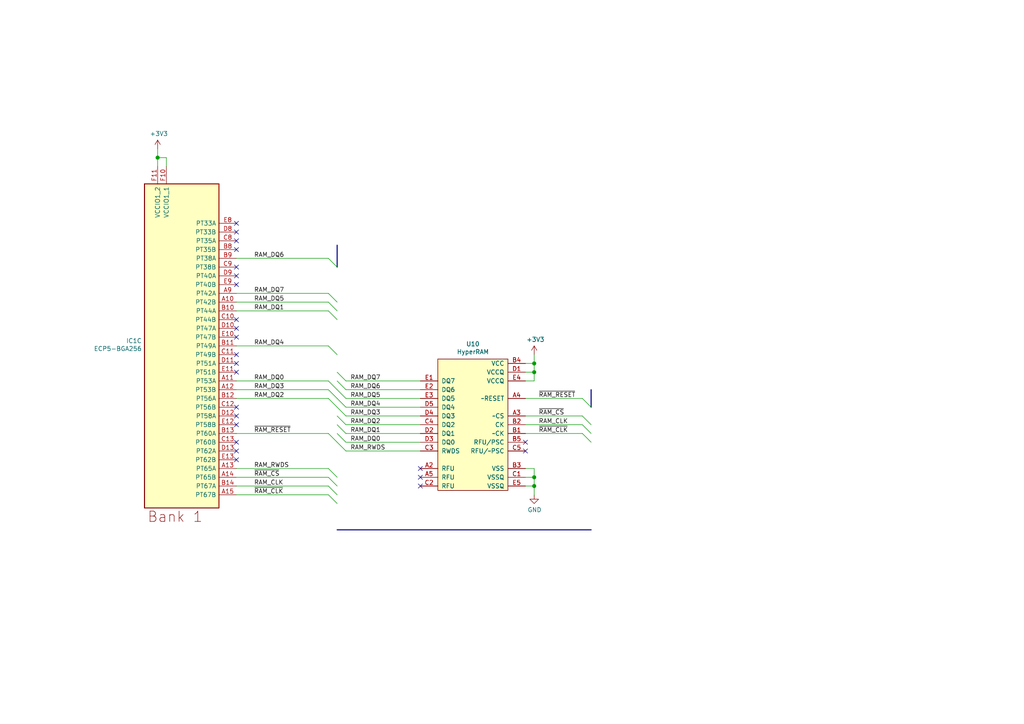
<source format=kicad_sch>
(kicad_sch (version 20210621) (generator eeschema)
  (paper "A4")
  (title_block (title "LUNA: RAM Section") (date "2021-03-10") (rev "r0") (company "Copyright 2019-2021 Great Scott Gadgets") (comment 1 "Katherine J. Temkin") (comment 3 "Licensed under the CERN-OHL-P v2"))
  (lib_symbols
    (symbol "fpgas_and_processors:ECP5-BGA256" (pin_names (offset 0.762))
      (property "Reference" "IC" (at -2.54 1.27 0))
      (property "Value" "ECP5-BGA256" (at 10.16 1.27 0))
      (symbol "ECP5-BGA256_1_0"
        (rectangle (start 5.08 0) (end 33.02 -71.12) (stroke (width 0.3048)) (fill (type background)))
      )
      (symbol "ECP5-BGA256_1_1"
        (text "FPGA Supplies" (at 19.05 -76.2 0) (effects (font (size 2.9972 2.9972))))
        (pin power_in line (at 38.1 -2.54 180) (length 5.08) (name "GND_1") (number "A1"))
        (pin power_in line (at 38.1 -5.08 180) (length 5.08) (name "GND_2") (number "A16"))
        (pin power_in line (at 38.1 -10.16 180) (length 5.08) (name "GND_4") (number "D15"))
        (pin power_in line (at 38.1 -7.62 180) (length 5.08) (name "GND_3") (number "D2"))
        (pin power_in line (at 38.1 -12.7 180) (length 5.08) (name "GND_5") (number "F8"))
        (pin power_in line (at 38.1 -15.24 180) (length 5.08) (name "GND_6") (number "F9"))
        (pin power_in line (at 38.1 -20.32 180) (length 5.08) (name "GND_8") (number "G10"))
        (pin power_in line (at 0 -66.04 0) (length 5.08) (name "VCCAUX_1") (number "G11"))
        (pin power_in line (at 0 -2.54 0) (length 5.08) (name "VCC_1") (number "G6"))
        (pin power_in line (at 0 -5.08 0) (length 5.08) (name "VCC_2") (number "G7"))
        (pin power_in line (at 38.1 -17.78 180) (length 5.08) (name "GND_7") (number "G8"))
        (pin power_in line (at 0 -7.62 0) (length 5.08) (name "VCC_3") (number "G9"))
        (pin power_in line (at 38.1 -22.86 180) (length 5.08) (name "GND_9") (number "H1"))
        (pin power_in line (at 38.1 -30.48 180) (length 5.08) (name "GND_12") (number "H10"))
        (pin power_in line (at 38.1 -33.02 180) (length 5.08) (name "GND_13") (number "H16"))
        (pin power_in line (at 38.1 -25.4 180) (length 5.08) (name "GND_10") (number "H8"))
        (pin power_in line (at 38.1 -27.94 180) (length 5.08) (name "GND_11") (number "H9"))
        (pin power_in line (at 38.1 -40.64 180) (length 5.08) (name "GND_16") (number "J10"))
        (pin power_in line (at 38.1 -35.56 180) (length 5.08) (name "GND_14") (number "J8"))
        (pin power_in line (at 38.1 -38.1 180) (length 5.08) (name "GND_15") (number "J9"))
        (pin power_in line (at 38.1 -53.34 180) (length 5.08) (name "GND_21") (number "K10"))
        (pin power_in line (at 38.1 -43.18 180) (length 5.08) (name "GND_17") (number "K6"))
        (pin power_in line (at 38.1 -45.72 180) (length 5.08) (name "GND_18") (number "K7"))
        (pin power_in line (at 38.1 -48.26 180) (length 5.08) (name "GND_19") (number "K8"))
        (pin power_in line (at 38.1 -50.8 180) (length 5.08) (name "GND_20") (number "K9"))
        (pin power_in line (at 0 -15.24 0) (length 5.08) (name "VCC_6") (number "L10"))
        (pin power_in line (at 0 -68.58 0) (length 5.08) (name "VCCAUX_2") (number "L7"))
        (pin power_in line (at 0 -10.16 0) (length 5.08) (name "VCC_4") (number "L8"))
        (pin power_in line (at 0 -12.7 0) (length 5.08) (name "VCC_5") (number "L9"))
        (pin power_in line (at 38.1 -58.42 180) (length 5.08) (name "GND_23") (number "N15"))
        (pin power_in line (at 38.1 -55.88 180) (length 5.08) (name "GND_22") (number "N2"))
        (pin power_in line (at 38.1 -60.96 180) (length 5.08) (name "GND_24") (number "T1"))
        (pin power_in line (at 38.1 -66.04 180) (length 5.08) (name "GND_26") (number "T12"))
        (pin power_in line (at 38.1 -68.58 180) (length 5.08) (name "GND_27") (number "T16"))
        (pin power_in line (at 38.1 -63.5 180) (length 5.08) (name "GND_25") (number "T5"))
      )
      (symbol "ECP5-BGA256_2_1"
        (text "Bank 0" (at 10.16 -78.74 0) (effects (font (size 2.9972 2.9972))))
        (rectangle (start 0 0) (end 19.05 -74.93) (stroke (width 0.3048)) (fill (type background)))
        (pin bidirectional line (at 24.13 -11.43 180) (length 5.08) (name "PT4A") (number "A2"))
        (pin bidirectional line (at 24.13 -16.51 180) (length 5.08) (name "PT6A") (number "A3"))
        (pin bidirectional line (at 24.13 -19.05 180) (length 5.08) (name "PT6B") (number "A4"))
        (pin bidirectional line (at 24.13 -43.18 180) (length 5.08) (name "PT18A") (number "A5"))
        (pin bidirectional line (at 24.13 -45.72 180) (length 5.08) (name "PT18B") (number "A6"))
        (pin bidirectional line (at 24.13 -68.58 180) (length 5.08) (name "PT29A") (number "A7"))
        (pin bidirectional line (at 24.13 -71.12 180) (length 5.08) (name "PT29B") (number "A8"))
        (pin bidirectional line (at 24.13 -13.97 180) (length 5.08) (name "PT4B") (number "B3"))
        (pin bidirectional line (at 24.13 -29.21 180) (length 5.08) (name "PT11B") (number "B4"))
        (pin bidirectional line (at 24.13 -39.37 180) (length 5.08) (name "PT15B") (number "B5"))
        (pin bidirectional line (at 24.13 -55.88 180) (length 5.08) (name "PT22B") (number "B6"))
        (pin bidirectional line (at 24.13 -66.04 180) (length 5.08) (name "PT27B") (number "B7"))
        (pin bidirectional line (at 24.13 -26.67 180) (length 5.08) (name "PT11A") (number "C4"))
        (pin bidirectional line (at 24.13 -36.83 180) (length 5.08) (name "PT15A") (number "C5"))
        (pin bidirectional line (at 24.13 -53.34 180) (length 5.08) (name "PT22A") (number "C6"))
        (pin bidirectional line (at 24.13 -63.5 180) (length 5.08) (name "PT27A") (number "C7"))
        (pin bidirectional line (at 24.13 -24.13 180) (length 5.08) (name "PT9B") (number "D4"))
        (pin bidirectional line (at 24.13 -34.29 180) (length 5.08) (name "PT13B") (number "D5"))
        (pin bidirectional line (at 24.13 -50.8 180) (length 5.08) (name "PT20B") (number "D6"))
        (pin bidirectional line (at 24.13 -60.96 180) (length 5.08) (name "PT24B") (number "D7"))
        (pin bidirectional line (at 24.13 -21.59 180) (length 5.08) (name "PT9A") (number "E4"))
        (pin bidirectional line (at 24.13 -31.75 180) (length 5.08) (name "PT13A") (number "E5"))
        (pin bidirectional line (at 24.13 -48.26 180) (length 5.08) (name "PT20A") (number "E6"))
        (pin bidirectional line (at 24.13 -58.42 180) (length 5.08) (name "PT24A") (number "E7"))
        (pin power_in line (at 7.62 5.08 270) (length 5.08) (name "VCCIO0_1") (number "F6"))
        (pin power_in line (at 5.08 5.08 270) (length 5.08) (name "VCCIO0_2") (number "F7"))
      )
      (symbol "ECP5-BGA256_3_0"
        (rectangle (start 0 0) (end 21.59 -93.98) (stroke (width 0.3048)) (fill (type background)))
      )
      (symbol "ECP5-BGA256_3_1"
        (text "Bank 1" (at 8.89 -96.52 0) (effects (font (size 2.9972 2.9972))))
        (pin bidirectional line (at 26.67 -34.29 180) (length 5.08) (name "PT42B") (number "A10"))
        (pin bidirectional line (at 26.67 -57.15 180) (length 5.08) (name "PT53A") (number "A11"))
        (pin bidirectional line (at 26.67 -59.69 180) (length 5.08) (name "PT53B") (number "A12"))
        (pin bidirectional line (at 26.67 -82.55 180) (length 5.08) (name "PT65A") (number "A13"))
        (pin bidirectional line (at 26.67 -85.09 180) (length 5.08) (name "PT65B") (number "A14"))
        (pin bidirectional line (at 26.67 -90.17 180) (length 5.08) (name "PT67B") (number "A15"))
        (pin bidirectional line (at 26.67 -31.75 180) (length 5.08) (name "PT42A") (number "A9"))
        (pin bidirectional line (at 26.67 -36.83 180) (length 5.08) (name "PT44A") (number "B10"))
        (pin bidirectional line (at 26.67 -46.99 180) (length 5.08) (name "PT49A") (number "B11"))
        (pin bidirectional line (at 26.67 -62.23 180) (length 5.08) (name "PT56A") (number "B12"))
        (pin bidirectional line (at 26.67 -72.39 180) (length 5.08) (name "PT60A") (number "B13"))
        (pin bidirectional line (at 26.67 -87.63 180) (length 5.08) (name "PT67A") (number "B14"))
        (pin bidirectional line (at 26.67 -19.05 180) (length 5.08) (name "PT35B") (number "B8"))
        (pin bidirectional line (at 26.67 -21.59 180) (length 5.08) (name "PT38A") (number "B9"))
        (pin bidirectional line (at 26.67 -39.37 180) (length 5.08) (name "PT44B") (number "C10"))
        (pin bidirectional line (at 26.67 -49.53 180) (length 5.08) (name "PT49B") (number "C11"))
        (pin bidirectional line (at 26.67 -64.77 180) (length 5.08) (name "PT56B") (number "C12"))
        (pin bidirectional line (at 26.67 -74.93 180) (length 5.08) (name "PT60B") (number "C13"))
        (pin bidirectional line (at 26.67 -16.51 180) (length 5.08) (name "PT35A") (number "C8"))
        (pin bidirectional line (at 26.67 -24.13 180) (length 5.08) (name "PT38B") (number "C9"))
        (pin bidirectional line (at 26.67 -41.91 180) (length 5.08) (name "PT47A") (number "D10"))
        (pin bidirectional line (at 26.67 -52.07 180) (length 5.08) (name "PT51A") (number "D11"))
        (pin bidirectional line (at 26.67 -67.31 180) (length 5.08) (name "PT58A") (number "D12"))
        (pin bidirectional line (at 26.67 -77.47 180) (length 5.08) (name "PT62A") (number "D13"))
        (pin bidirectional line (at 26.67 -13.97 180) (length 5.08) (name "PT33B") (number "D8"))
        (pin bidirectional line (at 26.67 -26.67 180) (length 5.08) (name "PT40A") (number "D9"))
        (pin bidirectional line (at 26.67 -44.45 180) (length 5.08) (name "PT47B") (number "E10"))
        (pin bidirectional line (at 26.67 -54.61 180) (length 5.08) (name "PT51B") (number "E11"))
        (pin bidirectional line (at 26.67 -69.85 180) (length 5.08) (name "PT58B") (number "E12"))
        (pin bidirectional line (at 26.67 -80.01 180) (length 5.08) (name "PT62B") (number "E13"))
        (pin bidirectional line (at 26.67 -11.43 180) (length 5.08) (name "PT33A") (number "E8"))
        (pin bidirectional line (at 26.67 -29.21 180) (length 5.08) (name "PT40B") (number "E9"))
        (pin power_in line (at 6.35 5.08 270) (length 5.08) (name "VCCIO1_1") (number "F10"))
        (pin power_in line (at 3.81 5.08 270) (length 5.08) (name "VCCIO1_2") (number "F11"))
      )
      (symbol "ECP5-BGA256_4_1"
        (text "Bank 2" (at 10.16 -97.79 0) (effects (font (size 2.9972 2.9972))))
        (rectangle (start 0 0) (end 19.05 -93.98) (stroke (width 0.3048)) (fill (type background)))
        (pin bidirectional line (at 24.13 -13.97 180) (length 5.08) (name "PR2B") (number "B15"))
        (pin bidirectional line (at 24.13 -11.43 180) (length 5.08) (name "PR2A") (number "B16"))
        (pin bidirectional line (at 24.13 -16.51 180) (length 5.08) (name "PR2C") (number "C14"))
        (pin bidirectional line (at 24.13 -24.13 180) (length 5.08) (name "PR5B") (number "C15"))
        (pin bidirectional line (at 24.13 -21.59 180) (length 5.08) (name "PR5A") (number "C16"))
        (pin bidirectional line (at 24.13 -19.05 180) (length 5.08) (name "PR2D") (number "D14"))
        (pin bidirectional line (at 24.13 -31.75 180) (length 5.08) (name "PR8A") (number "D16"))
        (pin bidirectional line (at 24.13 -26.67 180) (length 5.08) (name "PR5C") (number "E14"))
        (pin bidirectional line (at 24.13 -34.29 180) (length 5.08) (name "PR8B") (number "E15"))
        (pin bidirectional line (at 24.13 -49.53 180) (length 5.08) (name "PR11D") (number "E16"))
        (pin bidirectional line (at 24.13 -39.37 180) (length 5.08) (name "PR8D") (number "F12"))
        (pin bidirectional line (at 24.13 -36.83 180) (length 5.08) (name "PR8C") (number "F13"))
        (pin bidirectional line (at 24.13 -29.21 180) (length 5.08) (name "PR5D") (number "F14"))
        (pin bidirectional line (at 24.13 -46.99 180) (length 5.08) (name "PR11C") (number "F15"))
        (pin bidirectional line (at 24.13 -52.07 180) (length 5.08) (name "PR14A") (number "F16"))
        (pin bidirectional line (at 24.13 -41.91 180) (length 5.08) (name "PR11A") (number "G12"))
        (pin bidirectional line (at 24.13 -44.45 180) (length 5.08) (name "PR11B") (number "G13"))
        (pin bidirectional line (at 24.13 -57.15 180) (length 5.08) (name "PR14C") (number "G14"))
        (pin bidirectional line (at 24.13 -54.61 180) (length 5.08) (name "PR14B") (number "G15"))
        (pin bidirectional line (at 24.13 -72.39 180) (length 5.08) (name "PR20A") (number "G16"))
        (pin power_in line (at 3.81 5.08 270) (length 5.08) (name "VCCIO2_1") (number "H11"))
        (pin bidirectional line (at 24.13 -62.23 180) (length 5.08) (name "PR17A") (number "H12"))
        (pin bidirectional line (at 24.13 -64.77 180) (length 5.08) (name "PR17B") (number "H13"))
        (pin bidirectional line (at 24.13 -59.69 180) (length 5.08) (name "PR14D") (number "H14"))
        (pin bidirectional line (at 24.13 -74.93 180) (length 5.08) (name "PR20B") (number "H15"))
        (pin power_in line (at 6.35 5.08 270) (length 5.08) (name "VCCIO2_2") (number "J11"))
        (pin bidirectional line (at 24.13 -69.85 180) (length 5.08) (name "PR17D") (number "J12"))
        (pin bidirectional line (at 24.13 -67.31 180) (length 5.08) (name "PR17C") (number "J13"))
        (pin bidirectional line (at 24.13 -77.47 180) (length 5.08) (name "PR20C") (number "J14"))
        (pin bidirectional line (at 24.13 -85.09 180) (length 5.08) (name "PR23B") (number "J15"))
        (pin bidirectional line (at 24.13 -82.55 180) (length 5.08) (name "PR23A") (number "J16"))
        (pin bidirectional line (at 24.13 -80.01 180) (length 5.08) (name "PR20D") (number "K14"))
        (pin bidirectional line (at 24.13 -90.17 180) (length 5.08) (name "PR23D") (number "K15"))
        (pin bidirectional line (at 24.13 -87.63 180) (length 5.08) (name "PR23C") (number "K16"))
      )
      (symbol "ECP5-BGA256_5_0"
        (rectangle (start 0 0) (end 20.32 -91.44) (stroke (width 0.3048)) (fill (type background)))
      )
      (symbol "ECP5-BGA256_5_1"
        (text "Bank 3" (at 15.24 -96.52 0) (effects (font (size 2.9972 2.9972))))
        (pin power_in line (at 3.81 5.08 270) (length 5.08) (name "VCCIO3_1") (number "K11"))
        (pin bidirectional line (at 25.4 -22.86 180) (length 5.08) (name "PR29B") (number "K12"))
        (pin bidirectional line (at 25.4 -20.32 180) (length 5.08) (name "PR29A") (number "K13"))
        (pin power_in line (at 6.35 5.08 270) (length 5.08) (name "VCCIO3_2") (number "L11"))
        (pin bidirectional line (at 25.4 -27.94 180) (length 5.08) (name "PR29D") (number "L12"))
        (pin bidirectional line (at 25.4 -25.4 180) (length 5.08) (name "PR29C") (number "L13"))
        (pin bidirectional line (at 25.4 -35.56 180) (length 5.08) (name "PR32C") (number "L14"))
        (pin bidirectional line (at 25.4 -12.7 180) (length 5.08) (name "PR26B") (number "L15"))
        (pin bidirectional line (at 25.4 -10.16 180) (length 5.08) (name "PR26A") (number "L16"))
        (pin bidirectional line (at 25.4 -81.28 180) (length 5.08) (name "PR47A") (number "M11"))
        (pin bidirectional line (at 25.4 -76.2 180) (length 5.08) (name "PR44C") (number "M12"))
        (pin bidirectional line (at 25.4 -45.72 180) (length 5.08) (name "PR35C") (number "M13"))
        (pin bidirectional line (at 25.4 -38.1 180) (length 5.08) (name "PR32D") (number "M14"))
        (pin bidirectional line (at 25.4 -17.78 180) (length 5.08) (name "PR26D") (number "M15"))
        (pin bidirectional line (at 25.4 -15.24 180) (length 5.08) (name "PR26C") (number "M16"))
        (pin bidirectional line (at 25.4 -83.82 180) (length 5.08) (name "PR47B") (number "N11"))
        (pin bidirectional line (at 25.4 -78.74 180) (length 5.08) (name "PR44D") (number "N12"))
        (pin bidirectional line (at 25.4 -50.8 180) (length 5.08) (name "PR38A") (number "N13"))
        (pin bidirectional line (at 25.4 -48.26 180) (length 5.08) (name "PR35D") (number "N14"))
        (pin bidirectional line (at 25.4 -30.48 180) (length 5.08) (name "PR32A") (number "N16"))
        (pin bidirectional line (at 25.4 -86.36 180) (length 5.08) (name "PR47C") (number "P11"))
        (pin bidirectional line (at 25.4 -88.9 180) (length 5.08) (name "PR47D") (number "P12"))
        (pin bidirectional line (at 25.4 -60.96 180) (length 5.08) (name "PR41A") (number "P13"))
        (pin bidirectional line (at 25.4 -53.34 180) (length 5.08) (name "PR38B") (number "P14"))
        (pin bidirectional line (at 25.4 -33.02 180) (length 5.08) (name "PR32B") (number "P15"))
        (pin bidirectional line (at 25.4 -40.64 180) (length 5.08) (name "PR35A") (number "P16"))
        (pin bidirectional line (at 25.4 -71.12 180) (length 5.08) (name "PR44A") (number "R12"))
        (pin bidirectional line (at 25.4 -66.04 180) (length 5.08) (name "PR41C") (number "R13"))
        (pin bidirectional line (at 25.4 -63.5 180) (length 5.08) (name "PR41B") (number "R14"))
        (pin bidirectional line (at 25.4 -55.88 180) (length 5.08) (name "PR38C") (number "R15"))
        (pin bidirectional line (at 25.4 -43.18 180) (length 5.08) (name "PR35B") (number "R16"))
        (pin bidirectional line (at 25.4 -73.66 180) (length 5.08) (name "PR44B") (number "T13"))
        (pin bidirectional line (at 25.4 -68.58 180) (length 5.08) (name "PR41D") (number "T14"))
        (pin bidirectional line (at 25.4 -58.42 180) (length 5.08) (name "PR38D") (number "T15"))
      )
      (symbol "ECP5-BGA256_6_1"
        (text "Bank 6" (at 11.43 -110.49 0) (effects (font (size 2.9972 2.9972))))
        (rectangle (start 0 0) (end 19.05 -106.68) (stroke (width 0.3048)) (fill (type background)))
        (pin power_in line (at 3.81 5.08 270) (length 5.08) (name "VCCIO6_1") (number "J6"))
        (pin power_in line (at 6.35 5.08 270) (length 5.08) (name "VCCIO6_2") (number "J7"))
        (pin bidirectional line (at 24.13 -25.4 180) (length 5.08) (name "PL29A") (number "K4"))
        (pin bidirectional line (at 24.13 -27.94 180) (length 5.08) (name "PL29B") (number "K5"))
        (pin bidirectional line (at 24.13 -13.97 180) (length 5.08) (name "PL26A") (number "L1"))
        (pin bidirectional line (at 24.13 -16.51 180) (length 5.08) (name "PL26B") (number "L2"))
        (pin bidirectional line (at 24.13 -41.91 180) (length 5.08) (name "PL32C") (number "L3"))
        (pin bidirectional line (at 24.13 -30.48 180) (length 5.08) (name "PL29C") (number "L4"))
        (pin bidirectional line (at 24.13 -33.02 180) (length 5.08) (name "PL29D") (number "L5"))
        (pin bidirectional line (at 24.13 -19.05 180) (length 5.08) (name "PL26C") (number "M1"))
        (pin bidirectional line (at 24.13 -21.59 180) (length 5.08) (name "PL26D") (number "M2"))
        (pin bidirectional line (at 24.13 -44.45 180) (length 5.08) (name "PL32D") (number "M3"))
        (pin bidirectional line (at 24.13 -53.34 180) (length 5.08) (name "PL35C") (number "M4"))
        (pin bidirectional line (at 24.13 -78.74 180) (length 5.08) (name "PL44C") (number "M5"))
        (pin bidirectional line (at 24.13 -96.52 180) (length 5.08) (name "PL47A") (number "M6"))
        (pin bidirectional line (at 24.13 -36.83 180) (length 5.08) (name "PL32A") (number "N1"))
        (pin bidirectional line (at 24.13 -55.88 180) (length 5.08) (name "PL35D") (number "N3"))
        (pin bidirectional line (at 24.13 -60.96 180) (length 5.08) (name "PL38A") (number "N4"))
        (pin bidirectional line (at 24.13 -81.28 180) (length 5.08) (name "PL44D") (number "N5"))
        (pin bidirectional line (at 24.13 -99.06 180) (length 5.08) (name "PL47B") (number "N6"))
        (pin bidirectional line (at 24.13 -48.26 180) (length 5.08) (name "PL35A") (number "P1"))
        (pin bidirectional line (at 24.13 -39.37 180) (length 5.08) (name "PL32B") (number "P2"))
        (pin bidirectional line (at 24.13 -63.5 180) (length 5.08) (name "PL38B") (number "P3"))
        (pin bidirectional line (at 24.13 -85.09 180) (length 5.08) (name "PL41A") (number "P4"))
        (pin bidirectional line (at 24.13 -101.6 180) (length 5.08) (name "PL47D") (number "P5"))
        (pin bidirectional line (at 24.13 -104.14 180) (length 5.08) (name "PL47C") (number "P6"))
        (pin bidirectional line (at 24.13 -50.8 180) (length 5.08) (name "PL35B") (number "R1"))
        (pin bidirectional line (at 24.13 -66.04 180) (length 5.08) (name "PL38C") (number "R2"))
        (pin bidirectional line (at 24.13 -87.63 180) (length 5.08) (name "PL41B") (number "R3"))
        (pin bidirectional line (at 24.13 -90.17 180) (length 5.08) (name "PL41C") (number "R4"))
        (pin bidirectional line (at 24.13 -73.66 180) (length 5.08) (name "PL44A") (number "R5"))
        (pin bidirectional line (at 24.13 -68.58 180) (length 5.08) (name "PL38D") (number "T2"))
        (pin bidirectional line (at 24.13 -92.71 180) (length 5.08) (name "PL41D") (number "T3"))
        (pin bidirectional line (at 24.13 -76.2 180) (length 5.08) (name "PL44B") (number "T4"))
      )
      (symbol "ECP5-BGA256_7_1"
        (text "Bank 7" (at 12.7 -113.03 0) (effects (font (size 2.9972 2.9972))))
        (rectangle (start 0 0) (end 20.32 -109.22) (stroke (width 0.3048)) (fill (type background)))
        (pin bidirectional line (at 25.4 -10.16 180) (length 5.08) (name "PL2A") (number "B1"))
        (pin bidirectional line (at 25.4 -12.7 180) (length 5.08) (name "PL2B") (number "B2"))
        (pin bidirectional line (at 25.4 -22.86 180) (length 5.08) (name "PL5A") (number "C1"))
        (pin bidirectional line (at 25.4 -25.4 180) (length 5.08) (name "PL5B") (number "C2"))
        (pin bidirectional line (at 25.4 -15.24 180) (length 5.08) (name "PL2C") (number "C3"))
        (pin bidirectional line (at 25.4 -35.56 180) (length 5.08) (name "PL8A") (number "D1"))
        (pin bidirectional line (at 25.4 -17.78 180) (length 5.08) (name "PL2D") (number "D3"))
        (pin bidirectional line (at 25.4 -54.61 180) (length 5.08) (name "PL11D") (number "E1"))
        (pin bidirectional line (at 25.4 -38.1 180) (length 5.08) (name "PL8B") (number "E2"))
        (pin bidirectional line (at 25.4 -27.94 180) (length 5.08) (name "PL5C") (number "E3"))
        (pin bidirectional line (at 25.4 -59.69 180) (length 5.08) (name "PL14A") (number "F1"))
        (pin bidirectional line (at 25.4 -52.07 180) (length 5.08) (name "PL11C") (number "F2"))
        (pin bidirectional line (at 25.4 -30.48 180) (length 5.08) (name "PL5D") (number "F3"))
        (pin bidirectional line (at 25.4 -40.64 180) (length 5.08) (name "PL8C") (number "F4"))
        (pin bidirectional line (at 25.4 -43.18 180) (length 5.08) (name "PL8D") (number "F5"))
        (pin bidirectional line (at 25.4 -82.55 180) (length 5.08) (name "PL20A") (number "G1"))
        (pin bidirectional line (at 25.4 -62.23 180) (length 5.08) (name "PL14B") (number "G2"))
        (pin bidirectional line (at 25.4 -64.77 180) (length 5.08) (name "PL14C") (number "G3"))
        (pin bidirectional line (at 25.4 -49.53 180) (length 5.08) (name "PL11B") (number "G4"))
        (pin bidirectional line (at 25.4 -46.99 180) (length 5.08) (name "PL11A") (number "G5"))
        (pin bidirectional line (at 25.4 -85.09 180) (length 5.08) (name "PL20B") (number "H2"))
        (pin bidirectional line (at 25.4 -67.31 180) (length 5.08) (name "PL14D") (number "H3"))
        (pin bidirectional line (at 25.4 -73.66 180) (length 5.08) (name "PL17B") (number "H4"))
        (pin bidirectional line (at 25.4 -71.12 180) (length 5.08) (name "PL17A") (number "H5"))
        (pin power_in line (at 7.62 5.08 270) (length 5.08) (name "VCCIO7_1") (number "H6"))
        (pin power_in line (at 5.08 5.08 270) (length 5.08) (name "VCCIO7_2") (number "H7"))
        (pin bidirectional line (at 25.4 -95.25 180) (length 5.08) (name "PL23A") (number "J1"))
        (pin bidirectional line (at 25.4 -97.79 180) (length 5.08) (name "PL23B") (number "J2"))
        (pin bidirectional line (at 25.4 -87.63 180) (length 5.08) (name "PL20C") (number "J3"))
        (pin bidirectional line (at 25.4 -76.2 180) (length 5.08) (name "PL17C") (number "J4"))
        (pin bidirectional line (at 25.4 -78.74 180) (length 5.08) (name "PL17D") (number "J5"))
        (pin bidirectional line (at 25.4 -100.33 180) (length 5.08) (name "PL23C") (number "K1"))
        (pin bidirectional line (at 25.4 -102.87 180) (length 5.08) (name "PL23D") (number "K2"))
        (pin bidirectional line (at 25.4 -90.17 180) (length 5.08) (name "PL20D") (number "K3"))
      )
      (symbol "ECP5-BGA256_8_0"
        (text "(Config)" (at 13.97 -97.79 0) (effects (font (size 2.9972 2.9972))))
        (text "Bank 8" (at 13.97 -92.71 0) (effects (font (size 2.9972 2.9972))))
      )
      (symbol "ECP5-BGA256_8_1"
        (rectangle (start 0 0) (end 21.59 -88.9) (stroke (width 0.3048)) (fill (type background)))
        (pin power_in line (at 5.08 5.08 270) (length 5.08) (name "VCCIO8") (number "L6"))
        (pin output line (at 26.67 -57.15 180) (length 5.08) (name "TDO") (number "M10"))
        (pin bidirectional line (at 26.67 -24.13 180) (length 5.08) (name "D2/PB9B") (number "M7"))
        (pin bidirectional line (at 26.67 -39.37 180) (length 5.08) (name "DOUT/CSON/PB15B") (number "M8"))
        (pin bidirectional line (at 26.67 -41.91 180) (length 5.08) (name "WRITEEN/PB18A") (number "M9"))
        (pin input line (at 26.67 -68.58 180) (length 5.08) (name "CFG_0") (number "N10"))
        (pin bidirectional line (at 26.67 -21.59 180) (length 5.08) (name "D3/PB9A") (number "N7"))
        (pin bidirectional line (at 26.67 -36.83 180) (length 5.08) (name "HOLDN/DI/PB15A") (number "N8"))
        (pin bidirectional line (at 26.67 -63.5 180) (length 5.08) (name "MCLK/SCLK/CCLK") (number "N9"))
        (pin input line (at 26.67 -71.12 180) (length 5.08) (name "CFG_1") (number "P10"))
        (pin bidirectional line (at 26.67 -19.05 180) (length 5.08) (name "D4/COPI2/PB6B") (number "P7"))
        (pin bidirectional line (at 26.67 -34.29 180) (length 5.08) (name "CS1N/PB13B") (number "P8"))
        (pin bidirectional line (at 26.67 -80.01 180) (length 5.08) (name "DONE") (number "P9"))
        (pin input line (at 26.67 -73.66 180) (length 5.08) (name "CFG_2") (number "R10"))
        (pin input line (at 26.67 -54.61 180) (length 5.08) (name "TDI") (number "R11"))
        (pin bidirectional line (at 26.67 -13.97 180) (length 5.08) (name "D6/PB4B") (number "R6"))
        (pin bidirectional line (at 26.67 -16.51 180) (length 5.08) (name "D5/CIPO2/PB6A") (number "R7"))
        (pin bidirectional line (at 26.67 -31.75 180) (length 5.08) (name "SN/CSN/PB13A") (number "R8"))
        (pin bidirectional line (at 26.67 -85.09 180) (length 5.08) (name "PROGRAMN") (number "R9"))
        (pin input line (at 26.67 -52.07 180) (length 5.08) (name "TCK") (number "T10"))
        (pin input line (at 26.67 -49.53 180) (length 5.08) (name "TMS") (number "T11"))
        (pin bidirectional line (at 26.67 -11.43 180) (length 5.08) (name "D7/PB4A") (number "T6"))
        (pin bidirectional line (at 26.67 -26.67 180) (length 5.08) (name "D1/COPI/PB11A") (number "T7"))
        (pin bidirectional line (at 26.67 -29.21 180) (length 5.08) (name "D0/COPI/PB11B") (number "T8"))
        (pin bidirectional line (at 26.67 -82.55 180) (length 5.08) (name "INITN") (number "T9"))
      )
    )
    (symbol "power:+3V3" (power) (pin_names (offset 0))
      (property "Value" "+3V3" (at 0 3.556 0))
      (symbol "+3V3_0_1"
        (polyline (pts (xy -0.762 1.27) (xy 0 2.54)))
        (polyline (pts (xy 0 0) (xy 0 2.54)))
        (polyline (pts (xy 0 2.54) (xy 0.762 1.27)))
      )
      (symbol "+3V3_1_1"
        (pin power_in line (at 0 0 90) (length 0) hide (name "+3V3") (number "1"))
      )
    )
    (symbol "power:GND" (power) (pin_names (offset 0))
      (property "Value" "GND" (at 0 -3.81 0))
      (symbol "GND_0_1"
        (polyline (pts (xy 0 0) (xy 0 -1.27) (xy 1.27 -1.27) (xy 0 -2.54) (xy -1.27 -1.27) (xy 0 -1.27)))
      )
      (symbol "GND_1_1"
        (pin power_in line (at 0 0 270) (length 0) hide (name "GND") (number "1"))
      )
    )
    (symbol "support_hardware:S27KS0641" (pin_names (offset 1.016))
      (property "Reference" "U" (at 0 20.32 0))
      (property "Value" "S27KS0641" (at 0 -20.32 0))
      (symbol "S27KS0641_0_1"
        (rectangle (start -10.16 19.05) (end 10.16 -19.05) (stroke (width 0.2032)) (fill (type background)))
      )
      (symbol "S27KS0641_1_1"
        (pin passive line (at 15.24 -12.7 180) (length 5.08) (name "RFU") (number "A2"))
        (pin input line (at -15.24 2.54 0) (length 5.08) (name "~CS") (number "A3"))
        (pin input line (at -15.24 7.62 0) (length 5.08) (name "~RESET") (number "A4"))
        (pin passive line (at 15.24 -15.24 180) (length 5.08) (name "RFU") (number "A5"))
        (pin input line (at -15.24 -2.54 0) (length 5.08) (name "~CK") (number "B1"))
        (pin input line (at -15.24 0 0) (length 5.08) (name "CK") (number "B2"))
        (pin power_in line (at -15.24 -12.7 0) (length 5.08) (name "VSS") (number "B3"))
        (pin power_in line (at -15.24 17.78 0) (length 5.08) (name "VCC") (number "B4"))
        (pin input line (at -15.24 -5.08 0) (length 5.08) (name "RFU/PSC") (number "B5"))
        (pin power_in line (at -15.24 -15.24 0) (length 5.08) (name "VSSQ") (number "C1"))
        (pin passive line (at 15.24 -17.78 180) (length 5.08) (name "RFU") (number "C2"))
        (pin bidirectional line (at 15.24 -7.62 180) (length 5.08) (name "RWDS") (number "C3"))
        (pin bidirectional line (at 15.24 0 180) (length 5.08) (name "DQ2") (number "C4"))
        (pin input line (at -15.24 -7.62 0) (length 5.08) (name "RFU/~PSC") (number "C5"))
        (pin power_in line (at -15.24 15.24 0) (length 5.08) (name "VCCQ") (number "D1"))
        (pin bidirectional line (at 15.24 -2.54 180) (length 5.08) (name "DQ1") (number "D2"))
        (pin bidirectional line (at 15.24 -5.08 180) (length 5.08) (name "DQ0") (number "D3"))
        (pin bidirectional line (at 15.24 2.54 180) (length 5.08) (name "DQ3") (number "D4"))
        (pin bidirectional line (at 15.24 5.08 180) (length 5.08) (name "DQ4") (number "D5"))
        (pin bidirectional line (at 15.24 12.7 180) (length 5.08) (name "DQ7") (number "E1"))
        (pin bidirectional line (at 15.24 10.16 180) (length 5.08) (name "DQ6") (number "E2"))
        (pin bidirectional line (at 15.24 7.62 180) (length 5.08) (name "DQ5") (number "E3"))
        (pin power_in line (at -15.24 12.7 0) (length 5.08) (name "VCCQ") (number "E4"))
        (pin power_in line (at -15.24 -17.78 0) (length 5.08) (name "VSSQ") (number "E5"))
      )
    )
  )
  (junction (at 45.72 45.72) (diameter 1.016))
  (junction (at 154.94 105.41) (diameter 1.016))
  (junction (at 154.94 107.95) (diameter 1.016))
  (junction (at 154.94 138.43) (diameter 1.016))
  (junction (at 154.94 140.97) (diameter 1.016))
  (no_connect (at 68.58 64.77))
  (no_connect (at 68.58 67.31))
  (no_connect (at 68.58 69.85))
  (no_connect (at 68.58 72.39))
  (no_connect (at 68.58 77.47))
  (no_connect (at 68.58 80.01))
  (no_connect (at 68.58 82.55))
  (no_connect (at 68.58 92.71))
  (no_connect (at 68.58 95.25))
  (no_connect (at 68.58 97.79))
  (no_connect (at 68.58 102.87))
  (no_connect (at 68.58 105.41))
  (no_connect (at 68.58 107.95))
  (no_connect (at 68.58 118.11))
  (no_connect (at 68.58 120.65))
  (no_connect (at 68.58 123.19))
  (no_connect (at 68.58 128.27))
  (no_connect (at 68.58 130.81))
  (no_connect (at 68.58 133.35))
  (no_connect (at 121.92 135.89))
  (no_connect (at 121.92 138.43))
  (no_connect (at 121.92 140.97))
  (no_connect (at 152.4 128.27))
  (no_connect (at 152.4 130.81))
  (bus_entry (at 95.25 74.93) (size 2.54 2.54))
  (bus_entry (at 95.25 85.09) (size 2.54 2.54))
  (bus_entry (at 95.25 87.63) (size 2.54 2.54))
  (bus_entry (at 95.25 90.17) (size 2.54 2.54))
  (bus_entry (at 95.25 100.33) (size 2.54 2.54))
  (bus_entry (at 95.25 110.49) (size 2.54 2.54))
  (bus_entry (at 95.25 113.03) (size 2.54 2.54))
  (bus_entry (at 95.25 115.57) (size 2.54 2.54))
  (bus_entry (at 95.25 125.73) (size 2.54 2.54))
  (bus_entry (at 95.25 135.89) (size 2.54 2.54))
  (bus_entry (at 95.25 138.43) (size 2.54 2.54))
  (bus_entry (at 95.25 140.97) (size 2.54 2.54))
  (bus_entry (at 95.25 143.51) (size 2.54 2.54))
  (bus_entry (at 97.79 107.95) (size 2.54 2.54))
  (bus_entry (at 97.79 110.49) (size 2.54 2.54))
  (bus_entry (at 97.79 113.03) (size 2.54 2.54))
  (bus_entry (at 97.79 115.57) (size 2.54 2.54))
  (bus_entry (at 97.79 118.11) (size 2.54 2.54))
  (bus_entry (at 97.79 120.65) (size 2.54 2.54))
  (bus_entry (at 97.79 123.19) (size 2.54 2.54))
  (bus_entry (at 97.79 125.73) (size 2.54 2.54))
  (bus_entry (at 97.79 128.27) (size 2.54 2.54))
  (bus_entry (at 168.91 115.57) (size 2.54 2.54))
  (bus_entry (at 168.91 120.65) (size 2.54 2.54))
  (bus_entry (at 168.91 123.19) (size 2.54 2.54))
  (bus_entry (at 168.91 125.73) (size 2.54 2.54))
  (wire (pts (xy 45.72 45.72) (xy 45.72 43.18)))
  (wire (pts (xy 45.72 45.72) (xy 48.26 45.72)))
  (wire (pts (xy 45.72 48.26) (xy 45.72 45.72)))
  (wire (pts (xy 48.26 45.72) (xy 48.26 48.26)))
  (wire (pts (xy 68.58 74.93) (xy 95.25 74.93)))
  (wire (pts (xy 68.58 85.09) (xy 95.25 85.09)))
  (wire (pts (xy 68.58 87.63) (xy 95.25 87.63)))
  (wire (pts (xy 68.58 90.17) (xy 95.25 90.17)))
  (wire (pts (xy 68.58 100.33) (xy 95.25 100.33)))
  (wire (pts (xy 68.58 110.49) (xy 95.25 110.49)))
  (wire (pts (xy 68.58 113.03) (xy 95.25 113.03)))
  (wire (pts (xy 68.58 115.57) (xy 95.25 115.57)))
  (wire (pts (xy 68.58 125.73) (xy 95.25 125.73)))
  (wire (pts (xy 68.58 135.89) (xy 95.25 135.89)))
  (wire (pts (xy 68.58 138.43) (xy 95.25 138.43)))
  (wire (pts (xy 68.58 140.97) (xy 95.25 140.97)))
  (wire (pts (xy 68.58 143.51) (xy 95.25 143.51)))
  (wire (pts (xy 100.33 113.03) (xy 121.92 113.03)))
  (wire (pts (xy 121.92 110.49) (xy 100.33 110.49)))
  (wire (pts (xy 121.92 115.57) (xy 100.33 115.57)))
  (wire (pts (xy 121.92 118.11) (xy 100.33 118.11)))
  (wire (pts (xy 121.92 120.65) (xy 100.33 120.65)))
  (wire (pts (xy 121.92 123.19) (xy 100.33 123.19)))
  (wire (pts (xy 121.92 125.73) (xy 100.33 125.73)))
  (wire (pts (xy 121.92 128.27) (xy 100.33 128.27)))
  (wire (pts (xy 121.92 130.81) (xy 100.33 130.81)))
  (wire (pts (xy 152.4 105.41) (xy 154.94 105.41)))
  (wire (pts (xy 152.4 107.95) (xy 154.94 107.95)))
  (wire (pts (xy 152.4 115.57) (xy 168.91 115.57)))
  (wire (pts (xy 152.4 120.65) (xy 168.91 120.65)))
  (wire (pts (xy 152.4 123.19) (xy 168.91 123.19)))
  (wire (pts (xy 152.4 125.73) (xy 168.91 125.73)))
  (wire (pts (xy 152.4 135.89) (xy 154.94 135.89)))
  (wire (pts (xy 152.4 138.43) (xy 154.94 138.43)))
  (wire (pts (xy 154.94 105.41) (xy 154.94 102.87)))
  (wire (pts (xy 154.94 105.41) (xy 154.94 107.95)))
  (wire (pts (xy 154.94 107.95) (xy 154.94 110.49)))
  (wire (pts (xy 154.94 110.49) (xy 152.4 110.49)))
  (wire (pts (xy 154.94 135.89) (xy 154.94 138.43)))
  (wire (pts (xy 154.94 138.43) (xy 154.94 140.97)))
  (wire (pts (xy 154.94 140.97) (xy 152.4 140.97)))
  (wire (pts (xy 154.94 140.97) (xy 154.94 143.51)))
  (bus (pts (xy 97.79 71.12) (xy 97.79 153.67)))
  (bus (pts (xy 97.79 153.67) (xy 171.45 153.67)))
  (bus (pts (xy 171.45 113.03) (xy 171.45 153.67)))
  (label "RAM_DQ6" (at 73.66 74.93 0))
  (label "RAM_DQ7" (at 73.66 85.09 0))
  (label "RAM_DQ5" (at 73.66 87.63 0))
  (label "RAM_DQ1" (at 73.66 90.17 0))
  (label "RAM_DQ4" (at 73.66 100.33 0))
  (label "RAM_DQ0" (at 73.66 110.49 0))
  (label "RAM_DQ3" (at 73.66 113.03 0))
  (label "RAM_DQ2" (at 73.66 115.57 0))
  (label "~{RAM_RESET}" (at 73.66 125.73 0))
  (label "RAM_RWDS" (at 73.66 135.89 0))
  (label "~{RAM_CS}" (at 73.66 138.43 0))
  (label "RAM_CLK" (at 73.66 140.97 0))
  (label "~{RAM_CLK}" (at 73.66 143.51 0))
  (label "RAM_DQ7" (at 101.6 110.49 0))
  (label "RAM_DQ6" (at 101.6 113.03 0))
  (label "RAM_DQ5" (at 101.6 115.57 0))
  (label "RAM_DQ4" (at 101.6 118.11 0))
  (label "RAM_DQ3" (at 101.6 120.65 0))
  (label "RAM_DQ2" (at 101.6 123.19 0))
  (label "RAM_DQ1" (at 101.6 125.73 0))
  (label "RAM_DQ0" (at 101.6 128.27 0))
  (label "RAM_RWDS" (at 101.6 130.81 0))
  (label "~{RAM_RESET}" (at 156.21 115.57 0))
  (label "~{RAM_CS}" (at 156.21 120.65 0))
  (label "RAM_CLK" (at 156.21 123.19 0))
  (label "~{RAM_CLK}" (at 156.21 125.73 0))
  (symbol (lib_id "power:+3V3") (at 45.72 43.18 0)
    (property "Reference" "#PWR0118" (effects hide))
    (property "Value" "+3V3" (at 46.0756 38.7858 0))
  )
  (symbol (lib_id "power:+3V3") (at 154.94 102.87 0)
    (property "Reference" "#PWR0119" (effects hide))
    (property "Value" "+3V3" (at 155.2956 98.4758 0))
  )
  (symbol (lib_id "power:GND") (at 154.94 143.51 0) (unit 1)
    (property "Reference" "#PWR085" (effects hide))
    (property "Value" "GND" (at 155.0416 147.8788 0))
  )
  (symbol (lib_id "support_hardware:S27KS0641") (at 137.16 123.19 0) (mirror y) (unit 1)
    (property "Reference" "U10" (at 137.16 99.7712 0))
    (property "Value" "HyperRAM" (at 137.16 102.0572 0))
    (property "Footprint" "luna:BGA-24_5x5_6.0x8.0mm" (effects hide))
    (property "Description" "DRAM 64Mb HyperRAM x8, 166MHz, Ind temp, 3.0V" (effects hide))
    (property "Manufacturer" "Winbond" (effects hide))
    (property "Part Number" "W956A8MBYA6I" (effects hide))
    (property "Substitution" "W956A8MBYA5I" (effects hide))
  )
  (symbol (lib_id "fpgas_and_processors:ECP5-BGA256") (at 41.91 53.34 0) (unit 3)
    (property "Reference" "IC1" (at 41.148 98.8568 0) (effects (justify right)))
    (property "Value" "ECP5-BGA256" (at 41.148 101.1428 0) (effects (justify right)))
    (property "Footprint" "luna:lattice_cabga256" (effects hide))
    (property "Description" "FPGA - Field Programmable Gate Array ECP5; 12k LUTs; 1.1V" (effects hide))
    (property "Manufacturer" "Lattice" (effects hide))
    (property "Part Number" "LFE5U-12F-6BG256C" (effects hide))
    (property "Substitution" "LFE5U-12F-*BG256*" (effects hide))
  )
)
</source>
